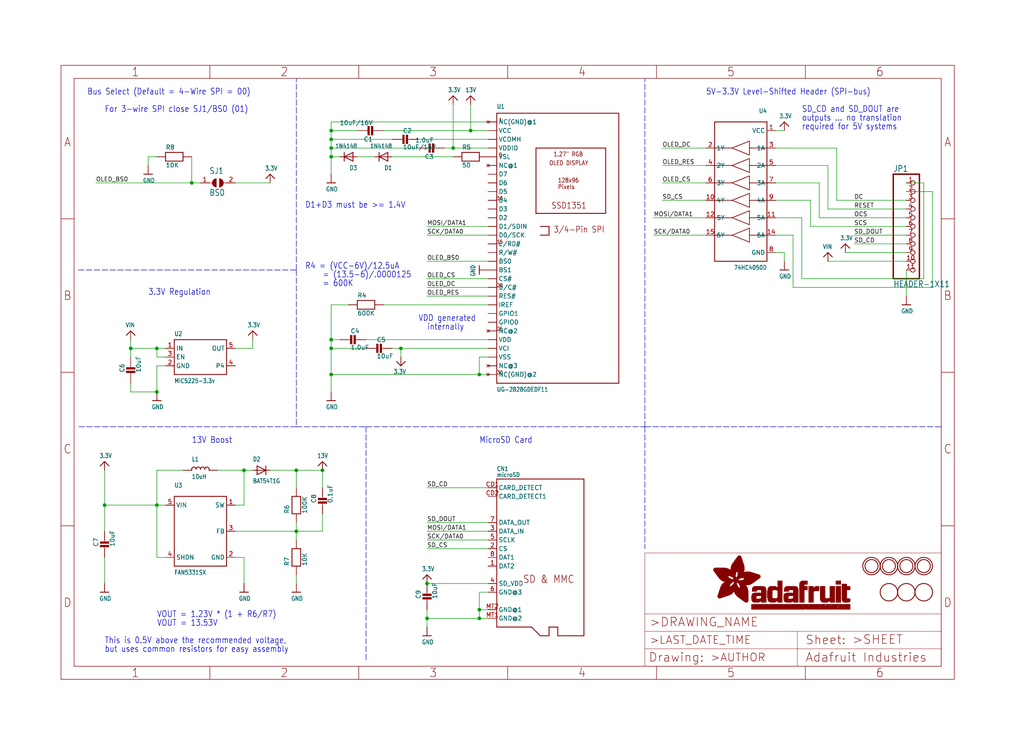
<source format=kicad_sch>
(kicad_sch (version 20211123) (generator eeschema)
  (paper "User" 298.45 217.881)
  (lib_symbols
    (symbol "schematicEagle-eagle-import:13V" (power)
      (property "Value" "13V" (at -1.524 1.016 0))
      (symbol "13V_1_0"
        (pin power_in line (at 0 -2.54 90) (length 2.54) (name "13V") (number "1"))
      )
    )
    (symbol "schematicEagle-eagle-import:3.3V" (power)
      (property "Value" "3.3V" (at -1.524 1.016 0))
      (symbol "3.3V_1_0"
        (pin power_in line (at 0 -2.54 90) (length 2.54) (name "3.3V") (number "1"))
      )
    )
    (symbol "schematicEagle-eagle-import:74HC4050D"
      (property "Reference" "U" (at -7.62 22.86 0))
      (property "Value" "74HC4050D" (at -7.62 -22.86 0))
      (symbol "74HC4050D_1_0"
        (pin bidirectional line (at -10.16 17.78 0) (length 2.54) (name "VCC") (number "1"))
        (pin bidirectional line (at 10.16 -2.54 180) (length 2.54) (name "4Y") (number "10"))
        (pin bidirectional line (at -10.16 -7.62 0) (length 2.54) (name "5A") (number "11"))
        (pin bidirectional line (at 10.16 -7.62 180) (length 2.54) (name "5Y") (number "12"))
        (pin bidirectional line (at -10.16 -12.7 0) (length 2.54) (name "6A") (number "14"))
        (pin bidirectional line (at 10.16 -12.7 180) (length 2.54) (name "6Y") (number "15"))
        (pin bidirectional line (at 10.16 12.7 180) (length 2.54) (name "1Y") (number "2"))
        (pin bidirectional line (at -10.16 12.7 0) (length 2.54) (name "1A") (number "3"))
        (pin bidirectional line (at 10.16 7.62 180) (length 2.54) (name "2Y") (number "4"))
        (pin bidirectional line (at -10.16 7.62 0) (length 2.54) (name "2A") (number "5"))
        (pin bidirectional line (at 10.16 2.54 180) (length 2.54) (name "3Y") (number "6"))
        (pin bidirectional line (at -10.16 2.54 0) (length 2.54) (name "3A") (number "7"))
        (pin bidirectional line (at -10.16 -17.78 0) (length 2.54) (name "GND") (number "8"))
        (pin bidirectional line (at -10.16 -2.54 0) (length 2.54) (name "4A") (number "9"))
      )
    )
    (symbol "schematicEagle-eagle-import:CAP_CERAMIC_0805MP"
      (property "Reference" "C" (at -1.79 0.54 90))
      (property "Value" "CAP_CERAMIC_0805MP" (at 3 0.54 90))
      (symbol "CAP_CERAMIC_0805MP_1_0"
        (pin passive line (at 0 5.08 270) (length 2.54) (name "1") (number "1"))
        (pin passive line (at 0 -2.54 90) (length 2.54) (name "2") (number "2"))
      )
    )
    (symbol "schematicEagle-eagle-import:DIODESOD-123"
      (property "Reference" "D" (at -2.54 2.54 0))
      (property "Value" "DIODESOD-123" (at -2.54 -3.81 0))
      (symbol "DIODESOD-123_1_0"
        (pin passive line (at -2.54 0 0) (length 2.54) (name "A") (number "A"))
        (pin passive line (at 2.54 0 180) (length 2.54) (name "C") (number "C"))
      )
    )
    (symbol "schematicEagle-eagle-import:DIODESOD-323"
      (property "Reference" "D" (at -2.54 2.54 0))
      (property "Value" "DIODESOD-323" (at -2.54 -3.81 0))
      (symbol "DIODESOD-323_1_0"
        (pin passive line (at -2.54 0 0) (length 2.54) (name "A") (number "A"))
        (pin passive line (at 2.54 0 180) (length 2.54) (name "C") (number "C"))
      )
    )
    (symbol "schematicEagle-eagle-import:DISP_OLED_UG-2896GDEAF11TOP"
      (property "Value" "DISP_OLED_UG-2896GDEAF11TOP" (at -17.78 -40.64 0))
      (symbol "DISP_OLED_UG-2896GDEAF11TOP_1_0"
        (text "1" (at -17.145 38.1 0) (effects (font (size 1.016 0.8636)) (justify left bottom)))
        (text "1.27\" RGB" (at -1.27 27.94 0) (effects (font (size 1.27 1.0795)) (justify left bottom)))
        (text "10" (at -17.78 15.24 0) (effects (font (size 1.016 0.8636)) (justify left bottom)))
        (text "128x96" (at 0 20.32 0) (effects (font (size 1.27 1.0795)) (justify left bottom)))
        (text "15" (at -17.78 2.54 0) (effects (font (size 1.016 0.8636)) (justify left bottom)))
        (text "20" (at -17.78 -10.16 0) (effects (font (size 1.016 0.8636)) (justify left bottom)))
        (text "25" (at -17.78 -22.86 0) (effects (font (size 1.016 0.8636)) (justify left bottom)))
        (text "3/4-Pin SPI" (at -1.27 5.715 0) (effects (font (size 1.778 1.5113)) (justify left bottom)))
        (text "30" (at -17.78 -35.56 0) (effects (font (size 1.016 0.8636)) (justify left bottom)))
        (text "5" (at -17.145 27.94 0) (effects (font (size 1.016 0.8636)) (justify left bottom)))
        (text "OLED DISPLAY" (at -2.54 25.4 0) (effects (font (size 1.27 1.0795)) (justify left bottom)))
        (text "Pixels" (at 0 18.415 0) (effects (font (size 1.27 1.0795)) (justify left bottom)))
        (text "SSD1351" (at -1.905 12.7 0) (effects (font (size 1.778 1.5113)) (justify left bottom)))
        (pin no_connect line (at -20.32 -35.56 0) (length 2.54) (name "NC(GND)@2") (number "P$1"))
        (pin bidirectional line (at -20.32 -12.7 0) (length 2.54) (name "RES#") (number "P$10"))
        (pin bidirectional line (at -20.32 -10.16 0) (length 2.54) (name "D/C#") (number "P$11"))
        (pin bidirectional line (at -20.32 -7.62 0) (length 2.54) (name "CS#") (number "P$12"))
        (pin bidirectional line (at -20.32 -5.08 0) (length 2.54) (name "BS1") (number "P$13"))
        (pin bidirectional line (at -20.32 -2.54 0) (length 2.54) (name "BS0") (number "P$14"))
        (pin bidirectional line (at -20.32 0 0) (length 2.54) (name "R/W#") (number "P$15"))
        (pin bidirectional line (at -20.32 2.54 0) (length 2.54) (name "E/RD#") (number "P$16"))
        (pin bidirectional line (at -20.32 5.08 0) (length 2.54) (name "D0/SCK") (number "P$17"))
        (pin bidirectional line (at -20.32 7.62 0) (length 2.54) (name "D1/SDIN") (number "P$18"))
        (pin bidirectional line (at -20.32 10.16 0) (length 2.54) (name "D2") (number "P$19"))
        (pin no_connect line (at -20.32 -33.02 0) (length 2.54) (name "NC@3") (number "P$2"))
        (pin bidirectional line (at -20.32 12.7 0) (length 2.54) (name "D3") (number "P$20"))
        (pin bidirectional line (at -20.32 15.24 0) (length 2.54) (name "D4") (number "P$21"))
        (pin bidirectional line (at -20.32 17.78 0) (length 2.54) (name "D5") (number "P$22"))
        (pin bidirectional line (at -20.32 20.32 0) (length 2.54) (name "D6") (number "P$23"))
        (pin bidirectional line (at -20.32 22.86 0) (length 2.54) (name "D7") (number "P$24"))
        (pin no_connect line (at -20.32 25.4 0) (length 2.54) (name "NC@1") (number "P$25"))
        (pin bidirectional line (at -20.32 27.94 0) (length 2.54) (name "VSL") (number "P$26"))
        (pin power_in line (at -20.32 30.48 0) (length 2.54) (name "VDDIO") (number "P$27"))
        (pin power_in line (at -20.32 33.02 0) (length 2.54) (name "VCOMH") (number "P$28"))
        (pin power_in line (at -20.32 35.56 0) (length 2.54) (name "VCC") (number "P$29"))
        (pin power_in line (at -20.32 -30.48 0) (length 2.54) (name "VSS") (number "P$3"))
        (pin no_connect line (at -20.32 38.1 0) (length 2.54) (name "NC(GND)@1") (number "P$30"))
        (pin power_in line (at -20.32 -27.94 0) (length 2.54) (name "VCI") (number "P$4"))
        (pin power_in line (at -20.32 -25.4 0) (length 2.54) (name "VDD") (number "P$5"))
        (pin no_connect line (at -20.32 -22.86 0) (length 2.54) (name "NC@2") (number "P$6"))
        (pin bidirectional line (at -20.32 -20.32 0) (length 2.54) (name "GPIO0") (number "P$7"))
        (pin bidirectional line (at -20.32 -17.78 0) (length 2.54) (name "GPIO1") (number "P$8"))
        (pin bidirectional line (at -20.32 -15.24 0) (length 2.54) (name "IREF") (number "P$9"))
      )
    )
    (symbol "schematicEagle-eagle-import:FAN5331"
      (property "Reference" "U" (at -7.62 12.7 0))
      (property "Value" "FAN5331" (at -7.62 -12.7 0))
      (symbol "FAN5331_1_0"
        (pin bidirectional line (at 10.16 7.62 180) (length 2.54) (name "SW") (number "1"))
        (pin bidirectional line (at 10.16 -7.62 180) (length 2.54) (name "GND") (number "2"))
        (pin bidirectional line (at 10.16 0 180) (length 2.54) (name "FB") (number "3"))
        (pin bidirectional line (at -10.16 -7.62 0) (length 2.54) (name "SHDN") (number "4"))
        (pin bidirectional line (at -10.16 7.62 0) (length 2.54) (name "VIN") (number "5"))
      )
    )
    (symbol "schematicEagle-eagle-import:FIDUCIAL")
    (symbol "schematicEagle-eagle-import:FRAME_A4_ADAFRUIT"
      (symbol "FRAME_A4_ADAFRUIT_0_0"
        (text "1" (at 21.6958 1.905 0) (effects (font (size 2.54 2.286))))
        (text "1" (at 21.6958 177.165 0) (effects (font (size 2.54 2.286))))
        (text "2" (at 65.0875 1.905 0) (effects (font (size 2.54 2.286))))
        (text "2" (at 65.0875 177.165 0) (effects (font (size 2.54 2.286))))
        (text "3" (at 108.4792 1.905 0) (effects (font (size 2.54 2.286))))
        (text "3" (at 108.4792 177.165 0) (effects (font (size 2.54 2.286))))
        (text "4" (at 151.8708 1.905 0) (effects (font (size 2.54 2.286))))
        (text "4" (at 151.8708 177.165 0) (effects (font (size 2.54 2.286))))
        (text "5" (at 195.2625 1.905 0) (effects (font (size 2.54 2.286))))
        (text "5" (at 195.2625 177.165 0) (effects (font (size 2.54 2.286))))
        (text "6" (at 238.6542 1.905 0) (effects (font (size 2.54 2.286))))
        (text "6" (at 238.6542 177.165 0) (effects (font (size 2.54 2.286))))
        (text "A" (at 1.905 156.6863 0) (effects (font (size 2.54 2.286))))
        (text "A" (at 258.445 156.6863 0) (effects (font (size 2.54 2.286))))
        (text "B" (at 1.905 111.9188 0) (effects (font (size 2.54 2.286))))
        (text "B" (at 258.445 111.9188 0) (effects (font (size 2.54 2.286))))
        (text "C" (at 1.905 67.1513 0) (effects (font (size 2.54 2.286))))
        (text "C" (at 258.445 67.1513 0) (effects (font (size 2.54 2.286))))
        (text "D" (at 1.905 22.3838 0) (effects (font (size 2.54 2.286))))
        (text "D" (at 258.445 22.3838 0) (effects (font (size 2.54 2.286))))
      )
      (symbol "FRAME_A4_ADAFRUIT_1_0"
        (text ">AUTHOR" (at 189.23 5.08 0) (effects (font (size 2.286 2.286)) (justify left bottom)))
        (text ">DRAWING_NAME" (at 171.45 15.24 0) (effects (font (size 2.54 2.54)) (justify left bottom)))
        (text ">LAST_DATE_TIME" (at 171.45 10.16 0) (effects (font (size 2.286 2.286)) (justify left bottom)))
        (text ">SHEET" (at 230.505 10.16 0) (effects (font (size 2.54 2.54)) (justify left bottom)))
        (text "Adafruit Industries" (at 216.916 4.953 0) (effects (font (size 2.54 2.54)) (justify left bottom)))
        (text "Drawing:" (at 171.196 4.953 0) (effects (font (size 2.54 2.54)) (justify left bottom)))
        (text "Sheet:" (at 216.916 10.033 0) (effects (font (size 2.54 2.54)) (justify left bottom)))
      )
    )
    (symbol "schematicEagle-eagle-import:GND" (power)
      (property "Value" "GND" (at -1.524 -2.54 0))
      (symbol "GND_1_0"
        (pin power_in line (at 0 2.54 270) (length 2.54) (name "GND") (number "1"))
      )
    )
    (symbol "schematicEagle-eagle-import:HEADER-1X11"
      (property "Reference" "JP" (at -6.35 15.875 0))
      (property "Value" "HEADER-1X11" (at -6.35 -17.78 0))
      (symbol "HEADER-1X11_1_0"
        (pin passive inverted (at -2.54 12.7 0) (length 2.54) (name "1") (number "1"))
        (pin passive inverted (at -2.54 -10.16 0) (length 2.54) (name "10") (number "10"))
        (pin passive inverted (at -2.54 -12.7 0) (length 2.54) (name "11") (number "11"))
        (pin passive inverted (at -2.54 10.16 0) (length 2.54) (name "2") (number "2"))
        (pin passive inverted (at -2.54 7.62 0) (length 2.54) (name "3") (number "3"))
        (pin passive inverted (at -2.54 5.08 0) (length 2.54) (name "4") (number "4"))
        (pin passive inverted (at -2.54 2.54 0) (length 2.54) (name "5") (number "5"))
        (pin passive inverted (at -2.54 0 0) (length 2.54) (name "6") (number "6"))
        (pin passive inverted (at -2.54 -2.54 0) (length 2.54) (name "7") (number "7"))
        (pin passive inverted (at -2.54 -5.08 0) (length 2.54) (name "8") (number "8"))
        (pin passive inverted (at -2.54 -7.62 0) (length 2.54) (name "9") (number "9"))
      )
    )
    (symbol "schematicEagle-eagle-import:INDUCTOR"
      (property "Reference" "L" (at -2.54 2.54 0))
      (property "Value" "INDUCTOR" (at -2.54 -2.54 0))
      (symbol "INDUCTOR_1_0"
        (pin passive line (at -5.08 0 0) (length 2.54) (name "1") (number "P$1"))
        (pin passive line (at 5.08 0 180) (length 2.54) (name "2") (number "P$2"))
      )
    )
    (symbol "schematicEagle-eagle-import:MICROSD"
      (property "Reference" "X" (at -12.7 22.606 0))
      (property "Value" "MICROSD" (at -12.7 20.828 0))
      (symbol "MICROSD_1_0"
        (text "SD & MMC" (at -5.08 -10.16 0) (effects (font (size 2.1844 1.8567)) (justify left bottom)))
        (pin bidirectional line (at -15.24 -5.08 0) (length 2.54) (name "DAT2") (number "1"))
        (pin input line (at -15.24 0 0) (length 2.54) (name "CS") (number "2"))
        (pin input line (at -15.24 5.08 0) (length 2.54) (name "DATA_IN") (number "3"))
        (pin power_in line (at -15.24 -10.16 0) (length 2.54) (name "SD_VDD") (number "4"))
        (pin input line (at -15.24 2.54 0) (length 2.54) (name "SCLK") (number "5"))
        (pin power_in line (at -15.24 -12.7 0) (length 2.54) (name "GND@3") (number "6"))
        (pin output line (at -15.24 7.62 0) (length 2.54) (name "DATA_OUT") (number "7"))
        (pin bidirectional line (at -15.24 -2.54 0) (length 2.54) (name "DAT1") (number "8"))
        (pin passive line (at -15.24 17.78 0) (length 2.54) (name "CARD_DETECT") (number "CD1"))
        (pin passive line (at -15.24 15.24 0) (length 2.54) (name "CARD_DETECT1") (number "CD2"))
        (pin power_in line (at -15.24 -20.32 0) (length 2.54) (name "GND@2") (number "MT1"))
        (pin power_in line (at -15.24 -17.78 0) (length 2.54) (name "GND@1") (number "MT2"))
      )
    )
    (symbol "schematicEagle-eagle-import:MOUNTINGHOLE2.5")
    (symbol "schematicEagle-eagle-import:RESISTOR_0805MP"
      (property "Reference" "R" (at -2.54 2.032 0))
      (property "Value" "RESISTOR_0805MP" (at -2.54 -3.175 0))
      (symbol "RESISTOR_0805MP_1_0"
        (pin passive line (at -5.08 0 0) (length 2.54) (name "1") (number "1"))
        (pin passive line (at 5.08 0 180) (length 2.54) (name "2") (number "2"))
      )
    )
    (symbol "schematicEagle-eagle-import:SOLDERJUMPERREFLOW_NOPASTE"
      (property "Reference" "SJ" (at -2.54 2.54 0))
      (property "Value" "SOLDERJUMPERREFLOW_NOPASTE" (at -2.54 -3.81 0))
      (symbol "SOLDERJUMPERREFLOW_NOPASTE_1_0"
        (pin passive line (at -5.08 0 0) (length 2.54) (name "1") (number "1"))
        (pin passive line (at 5.08 0 180) (length 2.54) (name "2") (number "2"))
      )
    )
    (symbol "schematicEagle-eagle-import:VIN" (power)
      (property "Value" "VIN" (at -1.524 1.016 0))
      (symbol "VIN_1_0"
        (pin power_in line (at 0 -2.54 90) (length 2.54) (name "VIN") (number "1"))
      )
    )
    (symbol "schematicEagle-eagle-import:VREG_SOT23-5"
      (property "Reference" "U" (at -7.62 6.096 0))
      (property "Value" "VREG_SOT23-5" (at -7.62 -7.62 0))
      (symbol "VREG_SOT23-5_1_0"
        (pin power_in line (at -10.16 2.54 0) (length 2.54) (name "IN") (number "1"))
        (pin power_in line (at -10.16 -2.54 0) (length 2.54) (name "GND") (number "2"))
        (pin input line (at -10.16 0 0) (length 2.54) (name "EN") (number "3"))
        (pin bidirectional line (at 10.16 -2.54 180) (length 2.54) (name "P4") (number "4"))
        (pin power_in line (at 10.16 2.54 180) (length 2.54) (name "OUT") (number "5"))
      )
    )
  )
  (junction (at 137.16 38.1))
  (junction (at 124.46 180.34))
  (junction (at 96.52 99.06))
  (junction (at 86.36 154.94))
  (junction (at 96.52 45.72))
  (junction (at 139.7 109.22))
  (junction (at 45.72 147.32))
  (junction (at 45.72 114.3))
  (junction (at 139.7 180.34))
  (junction (at 55.88 53.34))
  (junction (at 139.7 177.8))
  (junction (at 38.1 101.6))
  (junction (at 96.52 43.18))
  (junction (at 30.48 147.32))
  (junction (at 132.08 43.18))
  (junction (at 45.72 101.6))
  (junction (at 96.52 38.1))
  (junction (at 86.36 137.16))
  (junction (at 124.46 170.18))
  (junction (at 96.52 109.22))
  (junction (at 71.12 137.16))
  (junction (at 96.52 101.6))
  (junction (at 96.52 40.64))
  (junction (at 93.98 137.16))
  (junction (at 116.84 101.6))
  (wire (pts (xy 114.3 40.64) (xy 96.52 40.64)))
  (wire (pts (xy 86.36 167.64) (xy 86.36 170.18)))
  (wire (pts (xy 96.52 38.1) (xy 96.52 40.64)))
  (wire (pts (xy 241.3 48.26) (xy 241.3 60.96)))
  (wire (pts (xy 226.06 73.66) (xy 228.6 73.66)))
  (wire (pts (xy 236.22 66.04) (xy 264.16 66.04)))
  (polyline (pts (xy 106.68 124.46) (xy 187.96 124.46)))
  (wire (pts (xy 142.24 68.58) (xy 124.46 68.58)))
  (wire (pts (xy 96.52 40.64) (xy 96.52 43.18)))
  (wire (pts (xy 30.48 147.32) (xy 30.48 154.94)))
  (wire (pts (xy 142.24 83.82) (xy 124.46 83.82)))
  (wire (pts (xy 93.98 142.24) (xy 93.98 137.16)))
  (wire (pts (xy 139.7 172.72) (xy 139.7 177.8)))
  (wire (pts (xy 205.74 68.58) (xy 190.5 68.58)))
  (wire (pts (xy 45.72 147.32) (xy 30.48 147.32)))
  (wire (pts (xy 96.52 101.6) (xy 96.52 109.22)))
  (wire (pts (xy 243.84 43.18) (xy 243.84 58.42)))
  (wire (pts (xy 142.24 86.36) (xy 124.46 86.36)))
  (wire (pts (xy 142.24 109.22) (xy 139.7 109.22)))
  (wire (pts (xy 71.12 162.56) (xy 71.12 170.18)))
  (polyline (pts (xy 86.36 124.46) (xy 106.68 124.46)))
  (polyline (pts (xy 106.68 124.46) (xy 106.68 193.04)))
  (wire (pts (xy 99.06 45.72) (xy 96.52 45.72)))
  (wire (pts (xy 48.26 104.14) (xy 45.72 104.14)))
  (wire (pts (xy 96.52 109.22) (xy 96.52 114.3)))
  (wire (pts (xy 269.24 81.28) (xy 269.24 53.34)))
  (wire (pts (xy 142.24 160.02) (xy 124.46 160.02)))
  (wire (pts (xy 55.88 53.34) (xy 58.42 53.34)))
  (wire (pts (xy 116.84 104.14) (xy 116.84 101.6)))
  (wire (pts (xy 238.76 63.5) (xy 264.16 63.5)))
  (polyline (pts (xy 187.96 124.46) (xy 274.32 124.46)))
  (wire (pts (xy 48.26 101.6) (xy 45.72 101.6)))
  (wire (pts (xy 45.72 45.72) (xy 43.18 45.72)))
  (wire (pts (xy 55.88 53.34) (xy 55.88 45.72)))
  (wire (pts (xy 142.24 104.14) (xy 139.7 104.14)))
  (wire (pts (xy 96.52 88.9) (xy 96.52 99.06)))
  (wire (pts (xy 205.74 58.42) (xy 193.04 58.42)))
  (wire (pts (xy 139.7 109.22) (xy 96.52 109.22)))
  (wire (pts (xy 86.36 154.94) (xy 86.36 152.4)))
  (wire (pts (xy 27.94 53.34) (xy 55.88 53.34)))
  (wire (pts (xy 142.24 157.48) (xy 124.46 157.48)))
  (wire (pts (xy 96.52 99.06) (xy 96.52 101.6)))
  (wire (pts (xy 137.16 38.1) (xy 111.76 38.1)))
  (polyline (pts (xy 86.36 78.74) (xy 86.36 124.46)))
  (wire (pts (xy 264.16 68.58) (xy 248.92 68.58)))
  (wire (pts (xy 71.12 147.32) (xy 68.58 147.32)))
  (wire (pts (xy 38.1 114.3) (xy 45.72 114.3)))
  (wire (pts (xy 142.24 99.06) (xy 106.68 99.06)))
  (wire (pts (xy 45.72 106.68) (xy 45.72 114.3)))
  (wire (pts (xy 68.58 154.94) (xy 86.36 154.94)))
  (wire (pts (xy 142.24 142.24) (xy 124.46 142.24)))
  (wire (pts (xy 106.68 101.6) (xy 96.52 101.6)))
  (wire (pts (xy 142.24 88.9) (xy 111.76 88.9)))
  (wire (pts (xy 45.72 162.56) (xy 45.72 147.32)))
  (wire (pts (xy 142.24 35.56) (xy 96.52 35.56)))
  (wire (pts (xy 142.24 180.34) (xy 139.7 180.34)))
  (wire (pts (xy 248.92 71.12) (xy 264.16 71.12)))
  (wire (pts (xy 99.06 99.06) (xy 96.52 99.06)))
  (wire (pts (xy 238.76 53.34) (xy 238.76 63.5)))
  (wire (pts (xy 238.76 53.34) (xy 226.06 53.34)))
  (wire (pts (xy 93.98 154.94) (xy 93.98 149.86)))
  (polyline (pts (xy 187.96 124.46) (xy 187.96 160.02)))
  (wire (pts (xy 86.36 137.16) (xy 93.98 137.16)))
  (wire (pts (xy 142.24 152.4) (xy 124.46 152.4)))
  (wire (pts (xy 132.08 45.72) (xy 114.3 45.72)))
  (wire (pts (xy 45.72 101.6) (xy 38.1 101.6)))
  (wire (pts (xy 142.24 38.1) (xy 137.16 38.1)))
  (wire (pts (xy 241.3 48.26) (xy 226.06 48.26)))
  (wire (pts (xy 43.18 45.72) (xy 43.18 48.26)))
  (wire (pts (xy 241.3 60.96) (xy 264.16 60.96)))
  (wire (pts (xy 233.68 81.28) (xy 269.24 81.28)))
  (wire (pts (xy 231.14 83.82) (xy 271.78 83.82)))
  (wire (pts (xy 38.1 111.76) (xy 38.1 114.3)))
  (wire (pts (xy 86.36 154.94) (xy 93.98 154.94)))
  (wire (pts (xy 45.72 137.16) (xy 53.34 137.16)))
  (wire (pts (xy 142.24 177.8) (xy 139.7 177.8)))
  (wire (pts (xy 205.74 53.34) (xy 193.04 53.34)))
  (wire (pts (xy 264.16 86.36) (xy 264.16 78.74)))
  (wire (pts (xy 142.24 43.18) (xy 132.08 43.18)))
  (wire (pts (xy 73.66 101.6) (xy 73.66 99.06)))
  (wire (pts (xy 124.46 177.8) (xy 124.46 180.34)))
  (wire (pts (xy 104.14 45.72) (xy 109.22 45.72)))
  (wire (pts (xy 142.24 172.72) (xy 139.7 172.72)))
  (wire (pts (xy 96.52 45.72) (xy 96.52 50.8)))
  (polyline (pts (xy 22.86 78.74) (xy 86.36 78.74)))
  (wire (pts (xy 139.7 104.14) (xy 139.7 109.22)))
  (wire (pts (xy 205.74 48.26) (xy 193.04 48.26)))
  (wire (pts (xy 236.22 58.42) (xy 236.22 66.04)))
  (wire (pts (xy 205.74 43.18) (xy 193.04 43.18)))
  (wire (pts (xy 142.24 66.04) (xy 124.46 66.04)))
  (wire (pts (xy 142.24 154.94) (xy 124.46 154.94)))
  (wire (pts (xy 132.08 43.18) (xy 129.54 43.18)))
  (wire (pts (xy 101.6 88.9) (xy 96.52 88.9)))
  (wire (pts (xy 71.12 137.16) (xy 73.66 137.16)))
  (wire (pts (xy 78.74 137.16) (xy 86.36 137.16)))
  (wire (pts (xy 116.84 101.6) (xy 114.3 101.6)))
  (wire (pts (xy 241.3 76.2) (xy 264.16 76.2)))
  (wire (pts (xy 142.24 170.18) (xy 124.46 170.18)))
  (wire (pts (xy 68.58 162.56) (xy 71.12 162.56)))
  (wire (pts (xy 45.72 104.14) (xy 45.72 101.6)))
  (wire (pts (xy 269.24 53.34) (xy 264.16 53.34)))
  (wire (pts (xy 236.22 58.42) (xy 226.06 58.42)))
  (wire (pts (xy 226.06 38.1) (xy 228.6 38.1)))
  (polyline (pts (xy 187.96 124.46) (xy 187.96 22.86)))
  (polyline (pts (xy 86.36 78.74) (xy 86.36 22.86)))
  (wire (pts (xy 139.7 180.34) (xy 124.46 180.34)))
  (polyline (pts (xy 86.36 124.46) (xy 22.86 124.46)))
  (wire (pts (xy 243.84 58.42) (xy 264.16 58.42)))
  (wire (pts (xy 124.46 180.34) (xy 124.46 182.88)))
  (wire (pts (xy 38.1 101.6) (xy 38.1 99.06)))
  (wire (pts (xy 63.5 137.16) (xy 71.12 137.16)))
  (wire (pts (xy 142.24 40.64) (xy 121.92 40.64)))
  (wire (pts (xy 231.14 68.58) (xy 231.14 83.82)))
  (wire (pts (xy 71.12 137.16) (xy 71.12 147.32)))
  (wire (pts (xy 48.26 162.56) (xy 45.72 162.56)))
  (wire (pts (xy 233.68 63.5) (xy 233.68 81.28)))
  (wire (pts (xy 48.26 106.68) (xy 45.72 106.68)))
  (wire (pts (xy 226.06 63.5) (xy 233.68 63.5)))
  (wire (pts (xy 226.06 68.58) (xy 231.14 68.58)))
  (wire (pts (xy 30.48 162.56) (xy 30.48 170.18)))
  (wire (pts (xy 271.78 55.88) (xy 264.16 55.88)))
  (wire (pts (xy 137.16 30.48) (xy 137.16 38.1)))
  (wire (pts (xy 246.38 73.66) (xy 264.16 73.66)))
  (wire (pts (xy 96.52 43.18) (xy 96.52 45.72)))
  (wire (pts (xy 104.14 38.1) (xy 96.52 38.1)))
  (wire (pts (xy 205.74 63.5) (xy 190.5 63.5)))
  (wire (pts (xy 228.6 73.66) (xy 228.6 76.2)))
  (wire (pts (xy 86.36 137.16) (xy 86.36 142.24)))
  (wire (pts (xy 96.52 35.56) (xy 96.52 38.1)))
  (wire (pts (xy 30.48 147.32) (xy 30.48 137.16)))
  (wire (pts (xy 45.72 147.32) (xy 45.72 137.16)))
  (wire (pts (xy 68.58 101.6) (xy 73.66 101.6)))
  (wire (pts (xy 48.26 147.32) (xy 45.72 147.32)))
  (wire (pts (xy 142.24 101.6) (xy 116.84 101.6)))
  (wire (pts (xy 86.36 157.48) (xy 86.36 154.94)))
  (wire (pts (xy 68.58 53.34) (xy 78.74 53.34)))
  (wire (pts (xy 121.92 43.18) (xy 96.52 43.18)))
  (wire (pts (xy 38.1 101.6) (xy 38.1 104.14)))
  (wire (pts (xy 243.84 43.18) (xy 226.06 43.18)))
  (wire (pts (xy 132.08 30.48) (xy 132.08 43.18)))
  (wire (pts (xy 142.24 76.2) (xy 124.46 76.2)))
  (wire (pts (xy 139.7 177.8) (xy 139.7 180.34)))
  (wire (pts (xy 142.24 81.28) (xy 124.46 81.28)))
  (wire (pts (xy 271.78 83.82) (xy 271.78 55.88)))
  (text "This is 0.5V above the recommended voltage," (at 30.48 187.96 180) (effects (font (size 1.778 1.5113)) (justify left bottom)))
  (text "5V-3.3V Level-Shifted Header (SPI-bus)" (at 205.74 27.94 180) (effects (font (size 1.778 1.5113)) (justify left bottom)))
  (text "= (13.5-6)/.0000125" (at 93.98 81.28 180) (effects (font (size 1.778 1.5113)) (justify left bottom)))
  (text "For 3-wire SPI close SJ1/BS0 (01)" (at 30.48 33.02 180) (effects (font (size 1.778 1.5113)) (justify left bottom)))
  (text "13V Boost" (at 55.88 129.54 180) (effects (font (size 1.778 1.5113)) (justify left bottom)))
  (text "R4 = (VCC-6V)/12.5uA" (at 88.9 78.74 180) (effects (font (size 1.778 1.5113)) (justify left bottom)))
  (text "SD_CD and SD_DOUT are" (at 233.68 33.02 180) (effects (font (size 1.778 1.5113)) (justify left bottom)))
  (text "VDD generated" (at 121.92 93.98 180) (effects (font (size 1.778 1.5113)) (justify left bottom)))
  (text "outputs ... no translation" (at 233.68 35.56 180) (effects (font (size 1.778 1.5113)) (justify left bottom)))
  (text "3.3V Regulation" (at 43.18 86.36 180) (effects (font (size 1.778 1.5113)) (justify left bottom)))
  (text "MicroSD Card" (at 139.7 129.54 180) (effects (font (size 1.778 1.5113)) (justify left bottom)))
  (text "VOUT = 1.23V * (1 + R6/R7)" (at 45.72 180.34 180) (effects (font (size 1.778 1.5113)) (justify left bottom)))
  (text "Bus Select (Default = 4-Wire SPI = 00)" (at 25.4 27.94 180) (effects (font (size 1.778 1.5113)) (justify left bottom)))
  (text "required for 5V systems" (at 233.68 38.1 180) (effects (font (size 1.778 1.5113)) (justify left bottom)))
  (text "D1+D3 must be >= 1.4V" (at 88.9 60.96 180) (effects (font (size 1.778 1.5113)) (justify left bottom)))
  (text "VOUT = 13.53V" (at 45.72 182.88 180) (effects (font (size 1.778 1.5113)) (justify left bottom)))
  (text "= 600K" (at 93.98 83.82 180) (effects (font (size 1.778 1.5113)) (justify left bottom)))
  (text "internally" (at 124.46 96.52 180) (effects (font (size 1.778 1.5113)) (justify left bottom)))
  (text "but uses common resistors for easy assembly" (at 30.48 190.5 180) (effects (font (size 1.778 1.5113)) (justify left bottom)))
  (label "SD_DOUT" (at 124.46 152.4 0) (effects (font (size 1.2446 1.2446))))
  (label "SD_CS" (at 124.46 160.02 0) (effects (font (size 1.2446 1.2446))))
  (label "SD_CD" (at 248.92 71.12 0) (effects (font (size 1.2446 1.2446))))
  (label "OLED_DC" (at 124.46 83.82 0) (effects (font (size 1.2446 1.2446))))
  (label "OLED_BS0" (at 27.94 53.34 0) (effects (font (size 1.2446 1.2446))))
  (label "SD_CD" (at 124.46 142.24 0) (effects (font (size 1.2446 1.2446))))
  (label "OLED_CS" (at 193.04 53.34 0) (effects (font (size 1.2446 1.2446))))
  (label "OLED_RES" (at 124.46 86.36 0) (effects (font (size 1.2446 1.2446))))
  (label "OCS" (at 248.92 63.5 0) (effects (font (size 1.2446 1.2446))))
  (label "DC" (at 248.92 58.42 0) (effects (font (size 1.2446 1.2446))))
  (label "SCK/DATA0" (at 124.46 157.48 0) (effects (font (size 1.2446 1.2446))))
  (label "SD_DOUT" (at 248.92 68.58 0) (effects (font (size 1.2446 1.2446))))
  (label "OLED_BS0" (at 124.46 76.2 0) (effects (font (size 1.2446 1.2446))))
  (label "OLED_CS" (at 124.46 81.28 0) (effects (font (size 1.2446 1.2446))))
  (label "SCS" (at 248.92 66.04 0) (effects (font (size 1.2446 1.2446))))
  (label "SCK/DATA0" (at 190.5 68.58 0) (effects (font (size 1.2446 1.2446))))
  (label "OLED_DC" (at 193.04 43.18 0) (effects (font (size 1.2446 1.2446))))
  (label "MOSI/DATA1" (at 124.46 154.94 0) (effects (font (size 1.2446 1.2446))))
  (label "MOSI/DATA1" (at 190.5 63.5 0) (effects (font (size 1.2446 1.2446))))
  (label "SCK/DATA0" (at 124.46 68.58 0) (effects (font (size 1.2446 1.2446))))
  (label "SD_CS" (at 193.04 58.42 0) (effects (font (size 1.2446 1.2446))))
  (label "MOSI/DATA1" (at 124.46 66.04 0) (effects (font (size 1.2446 1.2446))))
  (label "OLED_RES" (at 193.04 48.26 0) (effects (font (size 1.2446 1.2446))))
  (label "RESET" (at 248.92 60.96 0) (effects (font (size 1.2446 1.2446))))
  (symbol (lib_id "schematicEagle-eagle-import:FIDUCIAL") (at 264.16 172.72 0) (unit 1)
    (property "Reference" "U$27" (effects hide))
    (property "Value" "FIDUCIAL" (effects hide))
    (property "Footprint" "schematicEagle:FIDUCIAL_1MM" (effects hide))
  )
  (symbol (lib_id "schematicEagle-eagle-import:VIN") (at 38.1 96.52 0) (unit 1)
    (property "Reference" "#U$14" (effects hide))
    (property "Value" "VIN" (at 36.576 95.504 0) (effects (font (size 1.27 1.0795)) (justify left bottom)))
    (property "Footprint" "schematicEagle:" (effects hide))
  )
  (symbol (lib_id "schematicEagle-eagle-import:13V") (at 137.16 27.94 0) (unit 1)
    (property "Reference" "#U$8" (effects hide))
    (property "Value" "13V" (at 135.636 26.924 0) (effects (font (size 1.27 1.0795)) (justify left bottom)))
    (property "Footprint" "schematicEagle:" (effects hide))
  )
  (symbol (lib_id "schematicEagle-eagle-import:VIN") (at 241.3 73.66 0) (unit 1)
    (property "Reference" "#U$17" (effects hide))
    (property "Value" "VIN" (at 239.776 72.644 0) (effects (font (size 1.27 1.0795)) (justify left bottom)))
    (property "Footprint" "schematicEagle:" (effects hide))
  )
  (symbol (lib_id "schematicEagle-eagle-import:GND") (at 228.6 78.74 0) (unit 1)
    (property "Reference" "#U$34" (effects hide))
    (property "Value" "GND" (at 227.076 81.28 0) (effects (font (size 1.27 1.0795)) (justify left bottom)))
    (property "Footprint" "schematicEagle:" (effects hide))
  )
  (symbol (lib_id "schematicEagle-eagle-import:MOUNTINGHOLE2.5") (at 254 165.1 0) (unit 1)
    (property "Reference" "U$25" (effects hide))
    (property "Value" "MOUNTINGHOLE2.5" (effects hide))
    (property "Footprint" "schematicEagle:MOUNTINGHOLE_2.5_PLATED" (effects hide))
  )
  (symbol (lib_id "schematicEagle-eagle-import:CAP_CERAMIC_0805MP") (at 116.84 40.64 270) (unit 1)
    (property "Reference" "C2" (at 117.38 38.85 90) (effects (justify left bottom)))
    (property "Value" "10uF/16V" (at 117.38 43.64 90) (effects (justify left bottom)))
    (property "Footprint" "schematicEagle:_0805MP" (effects hide))
  )
  (symbol (lib_id "schematicEagle-eagle-import:RESISTOR_0805MP") (at 137.16 45.72 0) (unit 1)
    (property "Reference" "R5" (at 134.62 43.688 0) (effects (justify left bottom)))
    (property "Value" "50" (at 134.62 48.895 0) (effects (justify left bottom)))
    (property "Footprint" "schematicEagle:_0805MP" (effects hide))
  )
  (symbol (lib_id "schematicEagle-eagle-import:GND") (at 124.46 185.42 0) (unit 1)
    (property "Reference" "#U$19" (effects hide))
    (property "Value" "GND" (at 122.936 187.96 0) (effects (font (size 1.27 1.0795)) (justify left bottom)))
    (property "Footprint" "schematicEagle:" (effects hide))
  )
  (symbol (lib_id "schematicEagle-eagle-import:FRAME_A4_ADAFRUIT") (at 17.78 198.12 0) (unit 1)
    (property "Reference" "#FRAME1" (effects hide))
    (property "Value" "FRAME_A4_ADAFRUIT" (effects hide))
    (property "Footprint" "schematicEagle:" (effects hide))
  )
  (symbol (lib_id "schematicEagle-eagle-import:3.3V") (at 246.38 71.12 0) (unit 1)
    (property "Reference" "#U$21" (effects hide))
    (property "Value" "3.3V" (at 244.856 70.104 0) (effects (font (size 1.27 1.0795)) (justify left bottom)))
    (property "Footprint" "schematicEagle:" (effects hide))
  )
  (symbol (lib_id "schematicEagle-eagle-import:GND") (at 45.72 116.84 0) (unit 1)
    (property "Reference" "#U$9" (effects hide))
    (property "Value" "GND" (at 44.196 119.38 0) (effects (font (size 1.27 1.0795)) (justify left bottom)))
    (property "Footprint" "schematicEagle:" (effects hide))
  )
  (symbol (lib_id "schematicEagle-eagle-import:INDUCTOR") (at 58.42 137.16 0) (unit 1)
    (property "Reference" "L1" (at 55.88 134.62 0) (effects (font (size 1.27 1.0795)) (justify left bottom)))
    (property "Value" "10uH" (at 55.88 139.7 0) (effects (font (size 1.27 1.0795)) (justify left bottom)))
    (property "Footprint" "schematicEagle:INDUCTOR_1007" (effects hide))
  )
  (symbol (lib_id "schematicEagle-eagle-import:VREG_SOT23-5") (at 58.42 104.14 0) (unit 1)
    (property "Reference" "U2" (at 50.8 98.044 0) (effects (font (size 1.27 1.0795)) (justify left bottom)))
    (property "Value" "MIC5225-3.3v" (at 50.8 111.76 0) (effects (font (size 1.27 1.0795)) (justify left bottom)))
    (property "Footprint" "schematicEagle:SOT23-5" (effects hide))
  )
  (symbol (lib_id "schematicEagle-eagle-import:MOUNTINGHOLE2.5") (at 269.24 165.1 0) (unit 1)
    (property "Reference" "U$22" (effects hide))
    (property "Value" "MOUNTINGHOLE2.5" (effects hide))
    (property "Footprint" "schematicEagle:MOUNTINGHOLE_2.5_PLATED" (effects hide))
  )
  (symbol (lib_id "schematicEagle-eagle-import:3.3V") (at 73.66 96.52 0) (unit 1)
    (property "Reference" "#U$10" (effects hide))
    (property "Value" "3.3V" (at 72.136 95.504 0) (effects (font (size 1.27 1.0795)) (justify left bottom)))
    (property "Footprint" "schematicEagle:" (effects hide))
  )
  (symbol (lib_id "schematicEagle-eagle-import:MOUNTINGHOLE2.5") (at 259.08 165.1 0) (unit 1)
    (property "Reference" "U$24" (effects hide))
    (property "Value" "MOUNTINGHOLE2.5" (effects hide))
    (property "Footprint" "schematicEagle:MOUNTINGHOLE_2.5_PLATED" (effects hide))
  )
  (symbol (lib_id "schematicEagle-eagle-import:GND") (at 43.18 50.8 0) (unit 1)
    (property "Reference" "#U$6" (effects hide))
    (property "Value" "GND" (at 41.656 53.34 0) (effects (font (size 1.27 1.0795)) (justify left bottom)))
    (property "Footprint" "schematicEagle:" (effects hide))
  )
  (symbol (lib_id "schematicEagle-eagle-import:GND") (at 96.52 53.34 0) (unit 1)
    (property "Reference" "#U$5" (effects hide))
    (property "Value" "GND" (at 94.996 55.88 0) (effects (font (size 1.27 1.0795)) (justify left bottom)))
    (property "Footprint" "schematicEagle:" (effects hide))
  )
  (symbol (lib_id "schematicEagle-eagle-import:GND") (at 264.16 88.9 0) (unit 1)
    (property "Reference" "#U$18" (effects hide))
    (property "Value" "GND" (at 262.636 91.44 0) (effects (font (size 1.27 1.0795)) (justify left bottom)))
    (property "Footprint" "schematicEagle:" (effects hide))
  )
  (symbol (lib_id "schematicEagle-eagle-import:3.3V") (at 228.6 35.56 0) (unit 1)
    (property "Reference" "#U$33" (effects hide))
    (property "Value" "3.3V" (at 227.076 34.544 0) (effects (font (size 1.27 1.0795)) (justify left bottom)))
    (property "Footprint" "schematicEagle:" (effects hide))
  )
  (symbol (lib_id "schematicEagle-eagle-import:RESISTOR_0805MP") (at 86.36 162.56 90) (unit 1)
    (property "Reference" "R7" (at 84.328 165.1 0) (effects (justify left bottom)))
    (property "Value" "10K" (at 89.535 165.1 0) (effects (justify left bottom)))
    (property "Footprint" "schematicEagle:_0805MP" (effects hide))
  )
  (symbol (lib_id "schematicEagle-eagle-import:GND") (at 30.48 172.72 0) (unit 1)
    (property "Reference" "#U$12" (effects hide))
    (property "Value" "GND" (at 28.956 175.26 0) (effects (font (size 1.27 1.0795)) (justify left bottom)))
    (property "Footprint" "schematicEagle:" (effects hide))
  )
  (symbol (lib_id "schematicEagle-eagle-import:RESISTOR_0805MP") (at 50.8 45.72 0) (unit 1)
    (property "Reference" "R8" (at 48.26 43.688 0) (effects (justify left bottom)))
    (property "Value" "10K" (at 48.26 48.895 0) (effects (justify left bottom)))
    (property "Footprint" "schematicEagle:_0805MP" (effects hide))
  )
  (symbol (lib_id "schematicEagle-eagle-import:CAP_CERAMIC_0805MP") (at 38.1 109.22 0) (unit 1)
    (property "Reference" "C6" (at 36.31 108.68 90) (effects (justify left bottom)))
    (property "Value" "10uF" (at 41.1 108.68 90) (effects (justify left bottom)))
    (property "Footprint" "schematicEagle:_0805MP" (effects hide))
  )
  (symbol (lib_id "schematicEagle-eagle-import:SOLDERJUMPERREFLOW_NOPASTE") (at 63.5 53.34 0) (unit 1)
    (property "Reference" "SJ1" (at 60.96 50.8 0) (effects (font (size 1.778 1.5113)) (justify left bottom)))
    (property "Value" "BS0" (at 60.96 57.15 0) (effects (font (size 1.778 1.5113)) (justify left bottom)))
    (property "Footprint" "schematicEagle:SOLDERJUMPER_REFLOW_NOPASTE" (effects hide))
  )
  (symbol (lib_id "schematicEagle-eagle-import:3.3V") (at 132.08 27.94 0) (unit 1)
    (property "Reference" "#U$1" (effects hide))
    (property "Value" "3.3V" (at 130.556 26.924 0) (effects (font (size 1.27 1.0795)) (justify left bottom)))
    (property "Footprint" "schematicEagle:" (effects hide))
  )
  (symbol (lib_id "schematicEagle-eagle-import:CAP_CERAMIC_0805MP") (at 101.6 99.06 270) (unit 1)
    (property "Reference" "C4" (at 102.14 97.27 90) (effects (justify left bottom)))
    (property "Value" "1.0uF" (at 102.14 102.06 90) (effects (justify left bottom)))
    (property "Footprint" "schematicEagle:_0805MP" (effects hide))
  )
  (symbol (lib_id "schematicEagle-eagle-import:MICROSD") (at 157.48 160.02 0) (unit 1)
    (property "Reference" "CN1" (at 144.78 137.414 0) (effects (font (size 1.27 1.0795)) (justify left bottom)))
    (property "Value" "microSD" (at 144.78 139.192 0) (effects (font (size 1.27 1.0795)) (justify left bottom)))
    (property "Footprint" "schematicEagle:MICROSD" (effects hide))
  )
  (symbol (lib_id "schematicEagle-eagle-import:CAP_CERAMIC_0805MP") (at 109.22 101.6 270) (unit 1)
    (property "Reference" "C5" (at 109.76 99.81 90) (effects (justify left bottom)))
    (property "Value" "10uF" (at 109.76 104.6 90) (effects (justify left bottom)))
    (property "Footprint" "schematicEagle:_0805MP" (effects hide))
  )
  (symbol (lib_id "schematicEagle-eagle-import:GND") (at 139.7 78.74 270) (unit 1)
    (property "Reference" "#U$3" (effects hide))
    (property "Value" "GND" (at 137.16 77.216 0) (effects (font (size 1.27 1.0795)) (justify left bottom)))
    (property "Footprint" "schematicEagle:" (effects hide))
  )
  (symbol (lib_id "schematicEagle-eagle-import:FAN5331") (at 58.42 154.94 0) (unit 1)
    (property "Reference" "U3" (at 50.8 142.24 0) (effects (font (size 1.27 1.0795)) (justify left bottom)))
    (property "Value" "FAN5331SX" (at 50.8 167.64 0) (effects (font (size 1.27 1.0795)) (justify left bottom)))
    (property "Footprint" "schematicEagle:SOT23-5@1" (effects hide))
  )
  (symbol (lib_id "schematicEagle-eagle-import:DISP_OLED_UG-2896GDEAF11TOP") (at 162.56 73.66 0) (unit 1)
    (property "Reference" "U1" (at 144.78 31.75 0) (effects (font (size 1.27 1.0795)) (justify left bottom)))
    (property "Value" "UG-2828GDEDF11" (at 144.78 114.3 0) (effects (font (size 1.27 1.0795)) (justify left bottom)))
    (property "Footprint" "schematicEagle:FPC_XF2M-3015-1A" (effects hide))
  )
  (symbol (lib_id "schematicEagle-eagle-import:3.3V") (at 116.84 106.68 180) (unit 1)
    (property "Reference" "#U$7" (effects hide))
    (property "Value" "3.3V" (at 118.364 107.696 0) (effects (font (size 1.27 1.0795)) (justify left bottom)))
    (property "Footprint" "schematicEagle:" (effects hide))
  )
  (symbol (lib_id "schematicEagle-eagle-import:DIODESOD-323") (at 101.6 45.72 180) (unit 1)
    (property "Reference" "D3" (at 104.14 48.26 0) (effects (font (size 1.27 1.0795)) (justify left bottom)))
    (property "Value" "1N4148" (at 104.14 41.91 0) (effects (font (size 1.27 1.0795)) (justify left bottom)))
    (property "Footprint" "schematicEagle:SOD-323" (effects hide))
  )
  (symbol (lib_id "schematicEagle-eagle-import:CAP_CERAMIC_0805MP") (at 93.98 147.32 0) (unit 1)
    (property "Reference" "C8" (at 92.19 146.78 90) (effects (justify left bottom)))
    (property "Value" "0.1uF" (at 96.98 146.78 90) (effects (justify left bottom)))
    (property "Footprint" "schematicEagle:_0805MP" (effects hide))
  )
  (symbol (lib_id "schematicEagle-eagle-import:CAP_CERAMIC_0805MP") (at 30.48 160.02 0) (unit 1)
    (property "Reference" "C7" (at 28.69 159.48 90) (effects (justify left bottom)))
    (property "Value" "10uF" (at 33.48 159.48 90) (effects (justify left bottom)))
    (property "Footprint" "schematicEagle:_0805MP" (effects hide))
  )
  (symbol (lib_id "schematicEagle-eagle-import:CAP_CERAMIC_0805MP") (at 124.46 175.26 0) (unit 1)
    (property "Reference" "C9" (at 122.67 174.72 90) (effects (justify left bottom)))
    (property "Value" "10uF" (at 127.46 174.72 90) (effects (justify left bottom)))
    (property "Footprint" "schematicEagle:_0805MP" (effects hide))
  )
  (symbol (lib_id "schematicEagle-eagle-import:3.3V") (at 78.74 50.8 0) (unit 1)
    (property "Reference" "#U$2" (effects hide))
    (property "Value" "3.3V" (at 77.216 49.784 0) (effects (font (size 1.27 1.0795)) (justify left bottom)))
    (property "Footprint" "schematicEagle:" (effects hide))
  )
  (symbol (lib_id "schematicEagle-eagle-import:3.3V") (at 30.48 134.62 0) (unit 1)
    (property "Reference" "#U$15" (effects hide))
    (property "Value" "3.3V" (at 28.956 133.604 0) (effects (font (size 1.27 1.0795)) (justify left bottom)))
    (property "Footprint" "schematicEagle:" (effects hide))
  )
  (symbol (lib_id "schematicEagle-eagle-import:CAP_CERAMIC_0805MP") (at 127 43.18 90) (unit 1)
    (property "Reference" "C3" (at 126.46 44.97 90) (effects (justify left bottom)))
    (property "Value" "1.0uF" (at 126.46 40.18 90) (effects (justify left bottom)))
    (property "Footprint" "schematicEagle:_0805MP" (effects hide))
  )
  (symbol (lib_id "schematicEagle-eagle-import:74HC4050D") (at 215.9 55.88 0) (mirror y) (unit 1)
    (property "Reference" "U4" (at 223.52 33.02 0) (effects (font (size 1.27 1.0795)) (justify left bottom)))
    (property "Value" "74HC4050D" (at 223.52 78.74 0) (effects (font (size 1.27 1.0795)) (justify left bottom)))
    (property "Footprint" "schematicEagle:SOIC16" (effects hide))
  )
  (symbol (lib_id "schematicEagle-eagle-import:DIODESOD-323") (at 111.76 45.72 180) (unit 1)
    (property "Reference" "D1" (at 114.3 48.26 0) (effects (font (size 1.27 1.0795)) (justify left bottom)))
    (property "Value" "1N4148" (at 114.3 41.91 0) (effects (font (size 1.27 1.0795)) (justify left bottom)))
    (property "Footprint" "schematicEagle:SOD-323" (effects hide))
  )
  (symbol (lib_id "schematicEagle-eagle-import:RESISTOR_0805MP") (at 86.36 147.32 90) (unit 1)
    (property "Reference" "R6" (at 84.328 149.86 0) (effects (justify left bottom)))
    (property "Value" "100K" (at 89.535 149.86 0) (effects (justify left bottom)))
    (property "Footprint" "schematicEagle:_0805MP" (effects hide))
  )
  (symbol (lib_id "schematicEagle-eagle-import:13V") (at 93.98 134.62 0) (unit 1)
    (property "Reference" "#U$16" (effects hide))
    (property "Value" "13V" (at 92.456 133.604 0) (effects (font (size 1.27 1.0795)) (justify left bottom)))
    (property "Footprint" "schematicEagle:" (effects hide))
  )
  (symbol (lib_id "schematicEagle-eagle-import:RESISTOR_0805MP") (at 106.68 88.9 0) (unit 1)
    (property "Reference" "R4" (at 104.14 86.868 0) (effects (justify left bottom)))
    (property "Value" "600K" (at 104.14 92.075 0) (effects (justify left bottom)))
    (property "Footprint" "schematicEagle:_0805MP" (effects hide))
  )
  (symbol (lib_id "schematicEagle-eagle-import:GND") (at 71.12 172.72 0) (unit 1)
    (property "Reference" "#U$13" (effects hide))
    (property "Value" "GND" (at 69.596 175.26 0) (effects (font (size 1.27 1.0795)) (justify left bottom)))
    (property "Footprint" "schematicEagle:" (effects hide))
  )
  (symbol (lib_id "schematicEagle-eagle-import:GND") (at 86.36 172.72 0) (unit 1)
    (property "Reference" "#U$11" (effects hide))
    (property "Value" "GND" (at 84.836 175.26 0) (effects (font (size 1.27 1.0795)) (justify left bottom)))
    (property "Footprint" "schematicEagle:" (effects hide))
  )
  (symbol (lib_id "schematicEagle-eagle-import:3.3V") (at 124.46 167.64 0) (unit 1)
    (property "Reference" "#U$20" (effects hide))
    (property "Value" "3.3V" (at 122.936 166.624 0) (effects (font (size 1.27 1.0795)) (justify left bottom)))
    (property "Footprint" "schematicEagle:" (effects hide))
  )
  (symbol (lib_id "schematicEagle-eagle-import:GND") (at 96.52 116.84 0) (unit 1)
    (property "Reference" "#U$4" (effects hide))
    (property "Value" "GND" (at 94.996 119.38 0) (effects (font (size 1.27 1.0795)) (justify left bottom)))
    (property "Footprint" "schematicEagle:" (effects hide))
  )
  (symbol (lib_id "schematicEagle-eagle-import:MOUNTINGHOLE2.5") (at 264.16 165.1 0) (unit 1)
    (property "Reference" "U$23" (effects hide))
    (property "Value" "MOUNTINGHOLE2.5" (effects hide))
    (property "Footprint" "schematicEagle:MOUNTINGHOLE_2.5_PLATED" (effects hide))
  )
  (symbol (lib_id "schematicEagle-eagle-import:DIODESOD-123") (at 76.2 137.16 0) (unit 1)
    (property "Reference" "D2" (at 73.66 134.62 0) (effects (font (size 1.27 1.0795)) (justify left bottom)))
    (property "Value" "BAT54T1G" (at 73.66 140.97 0) (effects (font (size 1.27 1.0795)) (justify left bottom)))
    (property "Footprint" "schematicEagle:SOD-123" (effects hide))
  )
  (symbol (lib_id "schematicEagle-eagle-import:FIDUCIAL") (at 259.08 172.72 0) (unit 1)
    (property "Reference" "U$29" (effects hide))
    (property "Value" "FIDUCIAL" (effects hide))
    (property "Footprint" "schematicEagle:FIDUCIAL_1MM" (effects hide))
  )
  (symbol (lib_id "schematicEagle-eagle-import:HEADER-1X11") (at 266.7 66.04 0) (unit 1)
    (property "Reference" "JP1" (at 260.35 50.165 0) (effects (font (size 1.778 1.5113)) (justify left bottom)))
    (property "Value" "HEADER-1X11" (at 260.35 83.82 0) (effects (font (size 1.778 1.5113)) (justify left bottom)))
    (property "Footprint" "schematicEagle:1X11_ROUND" (effects hide))
  )
  (symbol (lib_id "schematicEagle-eagle-import:CAP_CERAMIC_0805MP") (at 109.22 38.1 90) (unit 1)
    (property "Reference" "C1" (at 108.68 39.89 90) (effects (justify left bottom)))
    (property "Value" "10uF/16V" (at 108.68 35.1 90) (effects (justify left bottom)))
    (property "Footprint" "schematicEagle:_0805MP" (effects hide))
  )
  (symbol (lib_id "schematicEagle-eagle-import:FIDUCIAL") (at 269.24 172.72 0) (unit 1)
    (property "Reference" "U$26" (effects hide))
    (property "Value" "FIDUCIAL" (effects hide))
    (property "Footprint" "schematicEagle:FIDUCIAL_1MM" (effects hide))
  )
)
</source>
